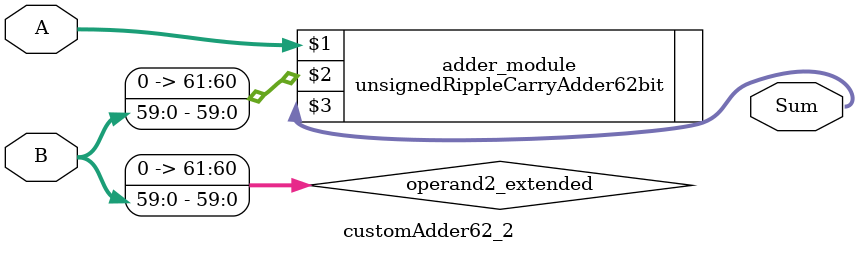
<source format=v>
module customAdder62_2(
                        input [61 : 0] A,
                        input [59 : 0] B,
                        
                        output [62 : 0] Sum
                );

        wire [61 : 0] operand2_extended;
        
        assign operand2_extended =  {2'b0, B};
        
        unsignedRippleCarryAdder62bit adder_module(
            A,
            operand2_extended,
            Sum
        );
        
        endmodule
        
</source>
